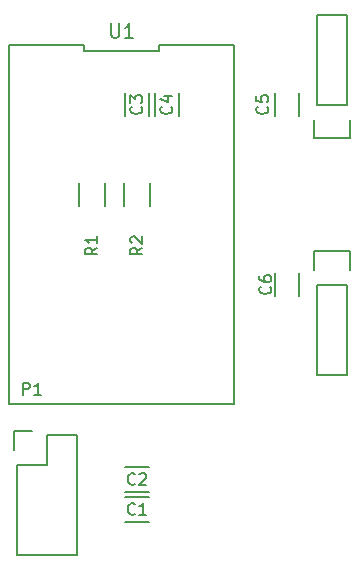
<source format=gto>
G04 #@! TF.FileFunction,Legend,Top*
%FSLAX46Y46*%
G04 Gerber Fmt 4.6, Leading zero omitted, Abs format (unit mm)*
G04 Created by KiCad (PCBNEW 4.0.2-stable) date 4/1/2016 8:20:13 PM*
%MOMM*%
G01*
G04 APERTURE LIST*
%ADD10C,0.100000*%
%ADD11C,0.150000*%
G04 APERTURE END LIST*
D10*
D11*
X111490000Y-118355000D02*
X109490000Y-118355000D01*
X109490000Y-120405000D02*
X111490000Y-120405000D01*
X111490000Y-115815000D02*
X109490000Y-115815000D01*
X109490000Y-117865000D02*
X111490000Y-117865000D01*
X109465000Y-84090000D02*
X109465000Y-86090000D01*
X111515000Y-86090000D02*
X111515000Y-84090000D01*
X112005000Y-84090000D02*
X112005000Y-86090000D01*
X114055000Y-86090000D02*
X114055000Y-84090000D01*
X122165000Y-84090000D02*
X122165000Y-86090000D01*
X124215000Y-86090000D02*
X124215000Y-84090000D01*
X124215000Y-101330000D02*
X124215000Y-99330000D01*
X122165000Y-99330000D02*
X122165000Y-101330000D01*
X100330000Y-115570000D02*
X100330000Y-123190000D01*
X100330000Y-123190000D02*
X105410000Y-123190000D01*
X105410000Y-123190000D02*
X105410000Y-113030000D01*
X105410000Y-113030000D02*
X102870000Y-113030000D01*
X101600000Y-112750000D02*
X100050000Y-112750000D01*
X102870000Y-113030000D02*
X102870000Y-115570000D01*
X102870000Y-115570000D02*
X100330000Y-115570000D01*
X100050000Y-112750000D02*
X100050000Y-114300000D01*
X128270000Y-85090000D02*
X128270000Y-77470000D01*
X125730000Y-85090000D02*
X125730000Y-77470000D01*
X125450000Y-87910000D02*
X125450000Y-86360000D01*
X128270000Y-77470000D02*
X125730000Y-77470000D01*
X125730000Y-85090000D02*
X128270000Y-85090000D01*
X128550000Y-86360000D02*
X128550000Y-87910000D01*
X128550000Y-87910000D02*
X125450000Y-87910000D01*
X125730000Y-100330000D02*
X125730000Y-107950000D01*
X128270000Y-100330000D02*
X128270000Y-107950000D01*
X128550000Y-97510000D02*
X128550000Y-99060000D01*
X125730000Y-107950000D02*
X128270000Y-107950000D01*
X128270000Y-100330000D02*
X125730000Y-100330000D01*
X125450000Y-99060000D02*
X125450000Y-97510000D01*
X125450000Y-97510000D02*
X128550000Y-97510000D01*
X107755000Y-91710000D02*
X107755000Y-93710000D01*
X105605000Y-93710000D02*
X105605000Y-91710000D01*
X111565000Y-91710000D02*
X111565000Y-93710000D01*
X109415000Y-93710000D02*
X109415000Y-91710000D01*
X99700000Y-80080000D02*
X99700000Y-110420000D01*
X99700000Y-110420000D02*
X118740000Y-110420000D01*
X118740000Y-110420000D02*
X118740000Y-80080000D01*
X118740000Y-80080000D02*
X112393333Y-80080000D01*
X112393333Y-80080000D02*
X112393333Y-80530000D01*
X112393333Y-80530000D02*
X106046667Y-80530000D01*
X106046667Y-80530000D02*
X106046667Y-80080000D01*
X106046667Y-80080000D02*
X99700000Y-80080000D01*
X110323334Y-119737143D02*
X110275715Y-119784762D01*
X110132858Y-119832381D01*
X110037620Y-119832381D01*
X109894762Y-119784762D01*
X109799524Y-119689524D01*
X109751905Y-119594286D01*
X109704286Y-119403810D01*
X109704286Y-119260952D01*
X109751905Y-119070476D01*
X109799524Y-118975238D01*
X109894762Y-118880000D01*
X110037620Y-118832381D01*
X110132858Y-118832381D01*
X110275715Y-118880000D01*
X110323334Y-118927619D01*
X111275715Y-119832381D02*
X110704286Y-119832381D01*
X110990000Y-119832381D02*
X110990000Y-118832381D01*
X110894762Y-118975238D01*
X110799524Y-119070476D01*
X110704286Y-119118095D01*
X110323334Y-117197143D02*
X110275715Y-117244762D01*
X110132858Y-117292381D01*
X110037620Y-117292381D01*
X109894762Y-117244762D01*
X109799524Y-117149524D01*
X109751905Y-117054286D01*
X109704286Y-116863810D01*
X109704286Y-116720952D01*
X109751905Y-116530476D01*
X109799524Y-116435238D01*
X109894762Y-116340000D01*
X110037620Y-116292381D01*
X110132858Y-116292381D01*
X110275715Y-116340000D01*
X110323334Y-116387619D01*
X110704286Y-116387619D02*
X110751905Y-116340000D01*
X110847143Y-116292381D01*
X111085239Y-116292381D01*
X111180477Y-116340000D01*
X111228096Y-116387619D01*
X111275715Y-116482857D01*
X111275715Y-116578095D01*
X111228096Y-116720952D01*
X110656667Y-117292381D01*
X111275715Y-117292381D01*
X110847143Y-85256666D02*
X110894762Y-85304285D01*
X110942381Y-85447142D01*
X110942381Y-85542380D01*
X110894762Y-85685238D01*
X110799524Y-85780476D01*
X110704286Y-85828095D01*
X110513810Y-85875714D01*
X110370952Y-85875714D01*
X110180476Y-85828095D01*
X110085238Y-85780476D01*
X109990000Y-85685238D01*
X109942381Y-85542380D01*
X109942381Y-85447142D01*
X109990000Y-85304285D01*
X110037619Y-85256666D01*
X109942381Y-84923333D02*
X109942381Y-84304285D01*
X110323333Y-84637619D01*
X110323333Y-84494761D01*
X110370952Y-84399523D01*
X110418571Y-84351904D01*
X110513810Y-84304285D01*
X110751905Y-84304285D01*
X110847143Y-84351904D01*
X110894762Y-84399523D01*
X110942381Y-84494761D01*
X110942381Y-84780476D01*
X110894762Y-84875714D01*
X110847143Y-84923333D01*
X113387143Y-85256666D02*
X113434762Y-85304285D01*
X113482381Y-85447142D01*
X113482381Y-85542380D01*
X113434762Y-85685238D01*
X113339524Y-85780476D01*
X113244286Y-85828095D01*
X113053810Y-85875714D01*
X112910952Y-85875714D01*
X112720476Y-85828095D01*
X112625238Y-85780476D01*
X112530000Y-85685238D01*
X112482381Y-85542380D01*
X112482381Y-85447142D01*
X112530000Y-85304285D01*
X112577619Y-85256666D01*
X112815714Y-84399523D02*
X113482381Y-84399523D01*
X112434762Y-84637619D02*
X113149048Y-84875714D01*
X113149048Y-84256666D01*
X121515143Y-85256666D02*
X121562762Y-85304285D01*
X121610381Y-85447142D01*
X121610381Y-85542380D01*
X121562762Y-85685238D01*
X121467524Y-85780476D01*
X121372286Y-85828095D01*
X121181810Y-85875714D01*
X121038952Y-85875714D01*
X120848476Y-85828095D01*
X120753238Y-85780476D01*
X120658000Y-85685238D01*
X120610381Y-85542380D01*
X120610381Y-85447142D01*
X120658000Y-85304285D01*
X120705619Y-85256666D01*
X120610381Y-84351904D02*
X120610381Y-84828095D01*
X121086571Y-84875714D01*
X121038952Y-84828095D01*
X120991333Y-84732857D01*
X120991333Y-84494761D01*
X121038952Y-84399523D01*
X121086571Y-84351904D01*
X121181810Y-84304285D01*
X121419905Y-84304285D01*
X121515143Y-84351904D01*
X121562762Y-84399523D01*
X121610381Y-84494761D01*
X121610381Y-84732857D01*
X121562762Y-84828095D01*
X121515143Y-84875714D01*
X121769143Y-100496666D02*
X121816762Y-100544285D01*
X121864381Y-100687142D01*
X121864381Y-100782380D01*
X121816762Y-100925238D01*
X121721524Y-101020476D01*
X121626286Y-101068095D01*
X121435810Y-101115714D01*
X121292952Y-101115714D01*
X121102476Y-101068095D01*
X121007238Y-101020476D01*
X120912000Y-100925238D01*
X120864381Y-100782380D01*
X120864381Y-100687142D01*
X120912000Y-100544285D01*
X120959619Y-100496666D01*
X120864381Y-99639523D02*
X120864381Y-99830000D01*
X120912000Y-99925238D01*
X120959619Y-99972857D01*
X121102476Y-100068095D01*
X121292952Y-100115714D01*
X121673905Y-100115714D01*
X121769143Y-100068095D01*
X121816762Y-100020476D01*
X121864381Y-99925238D01*
X121864381Y-99734761D01*
X121816762Y-99639523D01*
X121769143Y-99591904D01*
X121673905Y-99544285D01*
X121435810Y-99544285D01*
X121340571Y-99591904D01*
X121292952Y-99639523D01*
X121245333Y-99734761D01*
X121245333Y-99925238D01*
X121292952Y-100020476D01*
X121340571Y-100068095D01*
X121435810Y-100115714D01*
X100861905Y-109652381D02*
X100861905Y-108652381D01*
X101242858Y-108652381D01*
X101338096Y-108700000D01*
X101385715Y-108747619D01*
X101433334Y-108842857D01*
X101433334Y-108985714D01*
X101385715Y-109080952D01*
X101338096Y-109128571D01*
X101242858Y-109176190D01*
X100861905Y-109176190D01*
X102385715Y-109652381D02*
X101814286Y-109652381D01*
X102100000Y-109652381D02*
X102100000Y-108652381D01*
X102004762Y-108795238D01*
X101909524Y-108890476D01*
X101814286Y-108938095D01*
X107132381Y-97194666D02*
X106656190Y-97528000D01*
X107132381Y-97766095D02*
X106132381Y-97766095D01*
X106132381Y-97385142D01*
X106180000Y-97289904D01*
X106227619Y-97242285D01*
X106322857Y-97194666D01*
X106465714Y-97194666D01*
X106560952Y-97242285D01*
X106608571Y-97289904D01*
X106656190Y-97385142D01*
X106656190Y-97766095D01*
X107132381Y-96242285D02*
X107132381Y-96813714D01*
X107132381Y-96528000D02*
X106132381Y-96528000D01*
X106275238Y-96623238D01*
X106370476Y-96718476D01*
X106418095Y-96813714D01*
X110942381Y-97194666D02*
X110466190Y-97528000D01*
X110942381Y-97766095D02*
X109942381Y-97766095D01*
X109942381Y-97385142D01*
X109990000Y-97289904D01*
X110037619Y-97242285D01*
X110132857Y-97194666D01*
X110275714Y-97194666D01*
X110370952Y-97242285D01*
X110418571Y-97289904D01*
X110466190Y-97385142D01*
X110466190Y-97766095D01*
X110037619Y-96813714D02*
X109990000Y-96766095D01*
X109942381Y-96670857D01*
X109942381Y-96432761D01*
X109990000Y-96337523D01*
X110037619Y-96289904D01*
X110132857Y-96242285D01*
X110228095Y-96242285D01*
X110370952Y-96289904D01*
X110942381Y-96861333D01*
X110942381Y-96242285D01*
X108305714Y-78222857D02*
X108305714Y-79194286D01*
X108362857Y-79308571D01*
X108420000Y-79365714D01*
X108534286Y-79422857D01*
X108762857Y-79422857D01*
X108877143Y-79365714D01*
X108934286Y-79308571D01*
X108991429Y-79194286D01*
X108991429Y-78222857D01*
X110191429Y-79422857D02*
X109505714Y-79422857D01*
X109848572Y-79422857D02*
X109848572Y-78222857D01*
X109734286Y-78394286D01*
X109620000Y-78508571D01*
X109505714Y-78565714D01*
M02*

</source>
